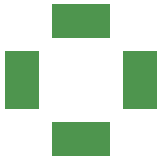
<source format=gbp>
G04 Layer_Color=128*
%FSLAX25Y25*%
%MOIN*%
G70*
G01*
G75*
%ADD21R,0.11811X0.19685*%
%ADD22R,0.19685X0.11811*%
D21*
X64500Y43000D02*
D03*
X25130D02*
D03*
D22*
X44815Y62685D02*
D03*
Y23315D02*
D03*
M02*

</source>
